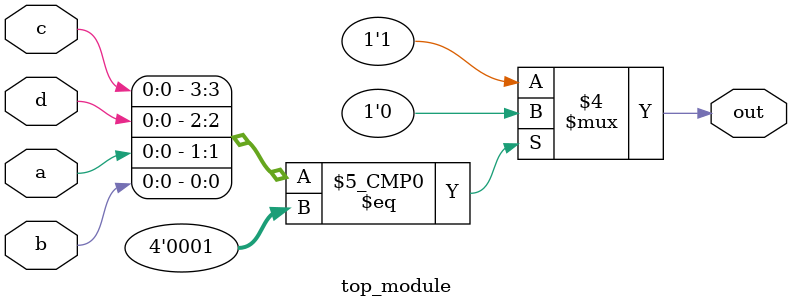
<source format=sv>
module top_module (
	input a, 
	input b,
	input c,
	input d,
	output reg out
);

  always @* begin
    case ({c, d, a, b})
      4'b0000: out = 1; // corresponds to 00
      4'b0001: out = 0; // corresponds to 01
      4'b0010: out = 1; // corresponds to 10
      default: out = 1; // corresponds to 11
    endcase
  end

endmodule

</source>
